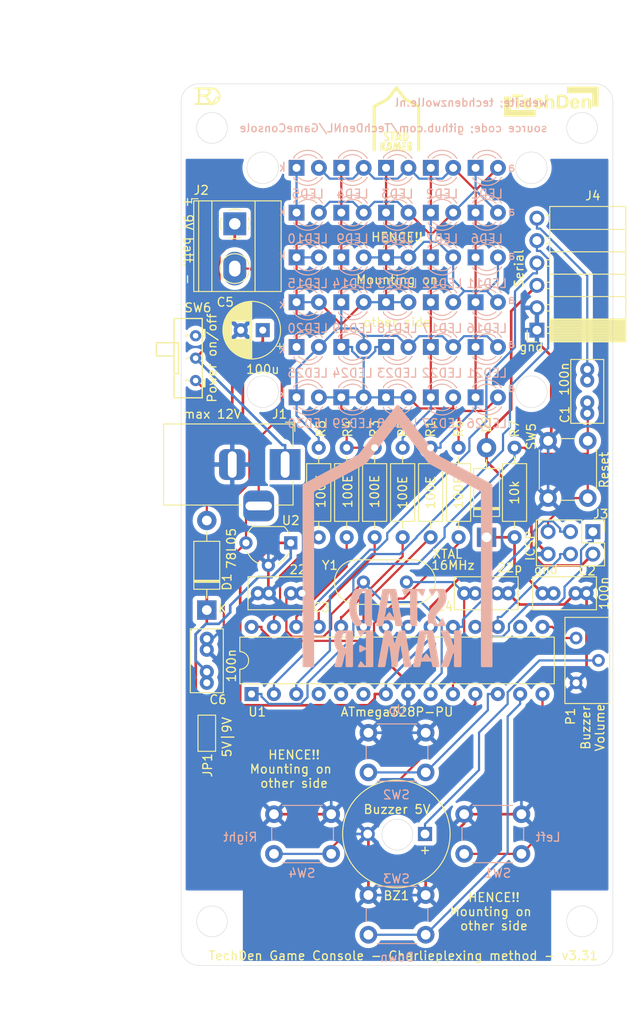
<source format=kicad_pcb>
(kicad_pcb (version 20211014) (generator pcbnew)
  (title_block (title "TechDen Game Console with 30 LEDs (Charlieplexing method)") (date "2022-04-25") (rev "v3.31") (company "TechDen") (comment 1 "Designed by Roland"))
  (layers (0 "F.Cu" signal) (31 "B.Cu" signal) (34 "B.Paste" user) (35 "F.Paste" user) (36 "B.SilkS" user "B.Silkscreen") (37 "F.SilkS" user "F.Silkscreen") (38 "B.Mask" user) (39 "F.Mask" user) (44 "Edge.Cuts" user))
  (property "TestText" "Voorbeeldtekst")
  (net 0 "")
  (net 1 "Net-(BZ1-Pad1)")
  (net 2 "Net-(LED1-Pad2)")
  (net 3 "Net-(LED10-Pad1)")
  (net 4 "/D7")
  (net 5 "/RTS")
  (net 6 "/RST")
  (net 7 "/SCK")
  (net 8 "/MISO")
  (net 9 "/TxD")
  (net 10 "/RxD")
  (net 11 "/D8")
  (net 12 "/D9")
  (net 13 "/MOSI")
  (net 14 "/A0")
  (net 15 "/A1")
  (net 16 "/A2")
  (net 17 "/A3")
  (net 18 "/A4")
  (net 19 "/A5")
  (net 20 "/D5")
  (net 21 "/D6")
  (net 22 "Net-(LED14-Pad1)")
  (net 23 "/V2")
  (net 24 "/V1")
  (net 25 "/Vin")
  (net 26 "Net-(C3-Pad1)")
  (net 27 "/Led1-k")
  (net 28 "Net-(C4-Pad1)")
  (net 29 "/V3")
  (net 35 "Net-(D1-Pad2)")
  (net 37 "GND")
  (net 38 "V+")
  (footprint "Resistor_THT:R_Axial_DIN0207_L6.3mm_D2.5mm_P10.16mm_Horizontal" (layer "F.Cu") (at 151.485 101.435 90)
    (fp_text reference "R6")
    (fp_text value "100E")
  )
  (footprint "Resistor_THT:R_Axial_DIN0207_L6.3mm_D2.5mm_P10.16mm_Horizontal" (layer "F.Cu") (at 138.785 101.435 90)
    (fp_text reference "R4")
    (fp_text value "100E")
  )
  (footprint "Resistor_THT:R_Axial_DIN0207_L6.3mm_D2.5mm_P10.16mm_Horizontal" (layer "F.Cu") (at 141.96 101.435 90)
    (fp_text reference "R3")
    (fp_text value "100E")
  )
  (footprint "Resistor_THT:R_Axial_DIN0207_L6.3mm_D2.5mm_P10.16mm_Horizontal" (layer "F.Cu") (at 157.835 101.435 90)
    (fp_text reference "R7")
    (fp_text value "10k")
  )
  (footprint "Resistor_THT:R_Axial_DIN0207_L6.3mm_D2.5mm_P10.16mm_Horizontal" (layer "F.Cu") (at 135.61 101.435 90)
    (fp_text reference "R5")
    (fp_text value "100E")
  )
  (footprint "Resistor_THT:R_Axial_DIN0207_L6.3mm_D2.5mm_P10.16mm_Horizontal" (layer "F.Cu") (at 148.31 101.435 90)
    (fp_text reference "R1")
    (fp_text value "100E")
  )
  (footprint "Crystal:Crystal_HC49-4H_Vertical" (layer "F.Cu") (at 140.69 106.515)
    (fp_text reference "Y1")
    (fp_text value "16MHz")
  )
  (footprint "Logo:RvD Logo inverted small" (layer "F.Cu") (at 123 51.4)
    (fp_text reference "L1" hide)
    (fp_text value "Logo-RvD" hide)
  )
  (footprint "Lib-Comp:switch_MSK-12D19" (layer "F.Cu") (at 121.64 81.115 90)
    (fp_text reference "SW6")
    (fp_text value "Power on/off")
  )
  (footprint "Resistor_THT:R_Axial_DIN0207_L6.3mm_D2.5mm_P10.16mm_Horizontal" (layer "F.Cu") (at 145.135 101.435 90)
    (fp_text reference "R2")
    (fp_text value "100E")
  )
  (footprint "Diode_THT:D_DO-41_SOD81_P10.16mm_Horizontal" (layer "F.Cu") (at 154.66 101.435 90)
    (fp_text reference "D2")
    (fp_text value "1N4007")
  )
  (footprint "Connector_PinSocket_2.54mm:PinSocket_1x06_P2.54mm_Horizontal" (layer "F.Cu") (at 160.375 77.94 180)
    (fp_text reference "J4")
    (fp_text value "Serial")
  )
  (footprint "Capacitor_THT:C_Rect_L7.0mm_W3.5mm_P2.50mm_P5.00mm" (layer "F.Cu") (at 161.01 107.785)
    (fp_text reference "C2")
    (fp_text value "100n")
  )
  (footprint "Button_Switch_THT:SW_PUSH_6mm" (layer "F.Cu") (at 161.645 96.99 90)
    (fp_text reference "SW5")
    (fp_text value "Reset")
  )
  (footprint "Capacitor_THT:C_Rect_L7.0mm_W3.5mm_P2.50mm_P5.00mm" (layer "F.Cu") (at 122.91 117.945 90)
    (fp_text reference "C6")
    (fp_text value "100n")
  )
  (footprint "Jumper:SolderJumper-3_P1.3mm_Bridged2Bar12_Pad1.0x1.5mm_NumberLabels" (layer "F.Cu") (at 122.91 123.66 -90)
    (fp_text reference "JP1")
    (fp_text value "Select Vcc")
  )
  (footprint "Buzzer_Beeper:MagneticBuzzer_ProSignal_ABT-410-RC" (layer "F.Cu") (at 147.675 135.09 180)
    (fp_text reference "BZ1")
    (fp_text value "Buzzer 5V")
  )
  (footprint "Capacitor_THT:CP_Radial_D6.3mm_P2.50mm" (layer "F.Cu") (at 129.26 77.94 180)
    (fp_text reference "C5")
    (fp_text value "100u")
  )
  (footprint "Diode_THT:D_DO-41_SOD81_P10.16mm_Horizontal" (layer "F.Cu") (at 122.91 109.69 90)
    (fp_text reference "D1")
    (fp_text value "1N4007")
  )
  (footprint "Package_TO_SOT_THT:TO-92_Wide" (layer "F.Cu") (at 132.435 102.07 180)
    (fp_text reference "U2")
    (fp_text value "78L05")
  )
  (footprint "Capacitor_THT:C_Rect_L7.0mm_W3.5mm_P2.50mm_P5.00mm" (layer "F.Cu") (at 152.12 107.785)
    (fp_text reference "C4")
    (fp_text value "22p")
  )
  (footprint "Capacitor_THT:C_Rect_L7.0mm_W3.5mm_P2.50mm_P5.00mm" (layer "F.Cu") (at 133.705 107.785 180)
    (fp_text reference "C3")
    (fp_text value "22p")
  )
  (footprint "Package_DIP:DIP-28_W7.62mm" (layer "F.Cu") (at 127.99 119.215 90)
    (fp_text reference "U1")
    (fp_text value "ATmega328P-PU")
  )
  (footprint "TerminalBlock_Phoenix:TerminalBlock_Phoenix_MKDS-1,5-2-5.08_1x02_P5.00&P5.08mm_Horizontal" (layer "F.Cu") (at 126.085 65.875 -90)
    (fp_text reference "J2")
    (fp_text value "9V batt.")
  )
  (footprint "Connector_BarrelJack:BarrelJack_Horizontal" (layer "F.Cu") (at 131.8 93.18)
    (fp_text reference "J1")
    (fp_text value "Barrel_Jack_Switch")
  )
  (footprint "Logo:TechDen Logo - inverted" (layer "F.Cu") (at 162 52)
    (fp_text reference "L2" hide)
    (fp_text value "Logo-TechDen" hide)
  )
  (footprint "Potentiometer_THT:Potentiometer_Bourns_3386X_Horizontal" (layer "F.Cu") (at 164.82 112.865)
    (fp_text reference "P1")
    (fp_text value "1k")
  )
  (footprint "Logo:Stadkamer Logo" (layer "F.Cu") (at 144.4 53.9)
    (fp_text reference "L3" hide)
    (fp_text value "Logo-Stadkamer" hide)
  )
  (footprint "Connector_PinHeader_2.54mm:PinHeader_2x03_P2.54mm_Vertical" (layer "F.Cu") (at 166.725 100.8 -90)
    (fp_text reference "J3")
    (fp_text value "ICSP")
  )
  (footprint "Capacitor_THT:C_Rect_L7.0mm_W3.5mm_P2.50mm_P5.00mm" (layer "F.Cu") (at 166.09 82.385 -90)
    (fp_text reference "C1")
    (fp_text value "100n")
  )
  (footprint "Button_Switch_THT:SW_PUSH_6mm" (layer "B.Cu") (at 130.53 137.345)
    (fp_text reference "SW4")
    (fp_text value "Right")
  )
  (footprint "Button_Switch_THT:SW_PUSH_6mm" (layer "B.Cu") (at 152.12 137.345)
    (fp_text reference "SW1")
    (fp_text value "Left")
  )
  (footprint "Button_Switch_THT:SW_PUSH_6mm" (layer "B.Cu") (at 141.25 128.105)
    (fp_text reference "SW2")
    (fp_text value "Up")
  )
  (footprint "LED_THT:LED_D3.0mm" (layer "B.Cu") (at 148.335 59.53)
    (fp_text reference "LED2")
    (fp_text value "LED")
  )
  (footprint "LED_THT:LED_D3.0mm" (layer "B.Cu") (at 133.095 69.69)
    (fp_text reference "LED15")
    (fp_text value "LED")
  )
  (footprint "LED_THT:LED_D3.0mm" (layer "B.Cu") (at 148.335 69.69)
    (fp_text reference "LED12")
    (fp_text value "LED")
  )
  (footprint "LED_THT:LED_D3.0mm" (layer "B.Cu") (at 138.175 64.61)
    (fp_text reference "LED9")
    (fp_text value "LED")
  )
  (footprint "LED_THT:LED_D3.0mm" (layer "B.Cu") (at 143.255 69.69)
    (fp_text reference "LED13")
    (fp_text value "LED")
  )
  (footprint "LED_THT:LED_D3.0mm" (layer "B.Cu") (at 153.415 69.69)
    (fp_text reference "LED11")
    (fp_text value "LED")
  )
  (footprint "LED_THT:LED_D3.0mm" (layer "B.Cu") (at 138.175 69.69)
    (fp_text reference "LED14")
    (fp_text value "LED")
  )
  (footprint "LED_THT:LED_D3.0mm" (layer "B.Cu") (at 138.175 59.53)
    (fp_text reference "LED4")
    (fp_text value "LED")
  )
  (footprint "LED_THT:LED_D3.0mm" (layer "B.Cu") (at 153.415 59.53)
    (fp_text reference "LED1")
    (fp_text value "LED")
  )
  (footprint "LED_THT:LED_D3.0mm" (layer "B.Cu") (at 133.095 64.61)
    (fp_text reference "LED10")
    (fp_text value "LED")
  )
  (footprint "LED_THT:LED_D3.0mm" (layer "B.Cu") (at 143.255 64.61)
    (fp_text reference "LED8")
    (fp_text value "LED")
  )
  (footprint "LED_THT:LED_D3.0mm" (layer "B.Cu") (at 148.335 64.61)
    (fp_text reference "LED7")
    (fp_text value "LED")
  )
  (footprint "LED_THT:LED_D3.0mm" (layer "B.Cu") (at 143.255 59.53)
    (fp_text reference "LED3")
    (fp_text value "LED")
  )
  (footprint "LED_THT:LED_D3.0mm" (layer "B.Cu") (at 153.415 64.61)
    (fp_text reference "LED6")
    (fp_text value "LED")
  )
  (footprint "LED_THT:LED_D3.0mm" (layer "B.Cu") (at 133.095 59.53)
    (fp_text reference "LED5")
    (fp_text value "LED")
  )
  (footprint "LED_THT:LED_D3.0mm" (layer "B.Cu") (at 138.175 85.565)
    (fp_text reference "LED29")
    (fp_text value "LED")
  )
  (footprint "LED_THT:LED_D3.0mm" (layer "B.Cu") (at 133.095 74.77)
    (fp_text reference "LED20")
    (fp_text value "LED")
  )
  (footprint "LED_THT:LED_D3.0mm" (layer "B.Cu") (at 148.335 74.77)
    (fp_text reference "LED17")
    (fp_text value "LED")
  )
  (footprint "LED_THT:LED_D3.0mm" (layer "B.Cu") (at 153.415 79.85)
    (fp_text reference "LED21")
    (fp_text value "LED")
  )
  (footprint "LED_THT:LED_D3.0mm" (layer "B.Cu") (at 143.255 79.85)
    (fp_text reference "LED23")
    (fp_text value "LED")
  )
  (footprint "LED_THT:LED_D3.0mm" (layer "B.Cu") (at 133.095 79.85)
    (fp_text reference "LED25")
    (fp_text value "LED")
  )
  (footprint "LED_THT:LED_D3.0mm" (layer "B.Cu") (at 148.335 79.85)
    (fp_text reference "LED22")
    (fp_text value "LED")
  )
  (footprint "LED_THT:LED_D3.0mm" (layer "B.Cu") (at 143.255 74.77)
    (fp_text reference "LED18")
    (fp_text value "LED")
  )
  (footprint "LED_THT:LED_D3.0mm" (layer "B.Cu") (at 133.095 85.565)
    (fp_text reference "LED30")
    (fp_text value "LED")
  )
  (footprint "LED_THT:LED_D3.0mm" (layer "B.Cu") (at 138.175 79.85)
    (fp_text reference "LED24")
    (fp_text value "LED")
  )
  (footprint "LED_THT:LED_D3.0mm" (layer "B.Cu") (at 153.415 85.565)
    (fp_text reference "LED26")
    (fp_text value "LED")
  )
  (footprint "LED_THT:LED_D3.0mm" (layer "B.Cu") (at 143.255 85.565)
    (fp_text reference "LED28")
    (fp_text value "LED")
  )
  (footprint "LED_THT:LED_D3.0mm" (layer "B.Cu") (at 148.335 85.565)
    (fp_text reference "LED27")
    (fp_text value "LED")
  )
  (footprint "LED_THT:LED_D3.0mm" (layer "B.Cu") (at 153.415 74.77)
    (fp_text reference "LED16")
    (fp_text value "LED")
  )
  (footprint "LED_THT:LED_D3.0mm" (layer "B.Cu") (at 138.175 74.77)
    (fp_text reference "LED19")
    (fp_text value "LED")
  )
  (footprint "Button_Switch_THT:SW_PUSH_6mm" (layer "B.Cu") (at 141.25 146.52)
    (fp_text reference "SW3")
    (fp_text value "Down")
  )
  (footprint "Logo:Stadkamer Logo_large" (layer "B.Cu") (at 144.7 101.2 180)
    (fp_text reference "L4" hide)
    (fp_text value "Logo-Stadkamer_Large" hide)
  )
  (gr_circle (center 123.5 55) (end 125.25 55) (layer "Edge.Cuts") (width 0.05) (fill none))
  (gr_circle (center 165.5 55) (end 167.25 55) (layer "Edge.Cuts") (width 0.05) (fill none))
  (gr_circle (center 165.5 145) (end 167.25 145) (layer "Edge.Cuts") (width 0.05) (fill none))
  (gr_circle (center 123.5 145) (end 125.25 145) (layer "Edge.Cuts") (width 0.05) (fill none))
  (gr_line (start 120 52) (end 120 148) (layer "Edge.Cuts") (width 0.05))
  (gr_circle (center 144.53 135.16) (end 146.28 135.16) (layer "Edge.Cuts") (width 0.05) (fill none))
  (gr_circle (center 159.74 84.925) (end 161.01 86.195) (layer "Edge.Cuts") (width 0.05) (fill none))
  (gr_circle (center 159.74 59.525) (end 161.01 60.795) (layer "Edge.Cuts") (width 0.05) (fill none))
  (gr_line (start 122 150) (end 167 150) (layer "Edge.Cuts") (width 0.05))
  (gr_circle (center 129.26 59.525) (end 127.99 60.795) (layer "Edge.Cuts") (width 0.05) (fill none))
  (gr_line (start 167 50) (end 122 50) (layer "Edge.Cuts") (width 0.05))
  (gr_arc (start 169 148) (mid 168.414214 149.414214) (end 167 150) (layer "Edge.Cuts") (width 0.05))
  (gr_arc (start 167 50) (mid 168.414214 50.585786) (end 169 52) (layer "Edge.Cuts") (width 0.05))
  (gr_arc (start 122 150) (mid 120.585786 149.414214) (end 120 148) (layer "Edge.Cuts") (width 0.05))
  (gr_circle (center 129.26 84.925) (end 127.99 86.195) (layer "Edge.Cuts") (width 0.05) (fill none))
  (gr_arc (start 120 52) (mid 120.585786 50.585786) (end 122 50) (layer "Edge.Cuts") (width 0.05))
  (gr_line (start 169 148) (end 169 52) (layer "Edge.Cuts") (width 0.05))
  (gr_text "a" (at 157.49 79.445) (layer "B.SilkS") (effects (font (size 1 1)) (justify mirror)))
  (gr_text "a" (at 157.49 74.445) (layer "B.SilkS") (effects (font (size 1 1)) (justify mirror)))
  (gr_text "a" (at 157.49 64.445) (layer "B.SilkS") (effects (font (size 1 1)) (justify mirror)))
  (gr_text "k" (at 131.49 59.445) (layer "B.SilkS") (effects (font (size 1 1)) (justify mirror)))
  (gr_text "k" (at 131.465 80.04) (layer "B.SilkS") (effects (font (size 1 1)) (justify mirror)))
  (gr_text "k" (at 131.49 64.445) (layer "B.SilkS") (effects (font (size 1 1)) (justify mirror)))
  (gr_text "k" (at 131.49 69.445) (layer "B.SilkS") (effects (font (size 1 1)) (justify mirror)))
  (gr_text "k" (at 131.465 85.12) (layer "B.SilkS") (effects (font (size 1 1)) (justify mirror)))
  (gr_text "k" (at 131.465 74.96) (layer "B.SilkS") (effects (font (size 1 1)) (justify mirror)))
  (gr_text "a" (at 157.49 69.445) (layer "B.SilkS") (effects (font (size 1 1)) (justify mirror)))
  (gr_text "a" (at 157.49 84.445) (layer "B.SilkS") (effects (font (size 1 1)) (justify mirror)))
  (gr_text "a" (at 157.49 59.445) (layer "B.SilkS") (effects (font (size 1 1)) (justify mirror)))
  (gr_text "website; techdenzwolle.nl\n\nsource code; github.com/TechDenNL/GameConsole\n\n" (at 161.645 54.3) (layer "B.SilkS") (effects (font (size 0.9 0.9)) (justify left mirror)))
  (gr_text "gnd" (at 161.4 105.1) (layer "F.SilkS") (effects (font (size 1 1))))
  (gr_text "gnd" (at 159.74 79.845) (layer "F.SilkS") (effects (font (size 1 1))))
  (gr_text "+ 9V batt. -" (at 120.8 67.78 270) (layer "F.SilkS") (effects (font (size 1 1))))
  (gr_text "max 12V" (at 123.545 87.465) (layer "F.SilkS") (effects (font (size 1 1))))
  (gr_text "TechDen Game Console - Charlieplexing method - v3.31\n" (at 123 148.9) (layer "F.SilkS") (effects (font (size 1 1)) (justify left)))
  (gr_text "Buzzer\nVolume" (at 166.725 123.025 90) (layer "F.SilkS") (effects (font (size 1 1))))
  (gr_text "5V|9V" (at 125.2 124.1 90) (layer "F.SilkS") (effects (font (size 1 1))))
  (gr_text "HENCE!!\nMounting on \nother side" (at 132.816 127.724) (layer "F.SilkS") (effects (font (size 1 1))))
  (gr_text "HENCE!!\n\n\nMounting on\n \n\nother side" (at 144.5 72.225) (layer "F.SilkS") (effects (font (size 1 1))))
  (gr_text "HENCE!!\nMounting on \nother side" (at 155.5 143.9) (layer "F.SilkS") (effects (font (size 1 1))))
  (segment (start 160.658 115.405) (end 157.0556 119.0074) (width 0.25) (layer "B.Cu") (net 1))
  (segment (start 147.675 135.09) (end 147.675 133.9647) (width 0.25) (layer "B.Cu") (net 1))
  (segment (start 153.8073 123.5887) (end 153.8073 127.8324) (width 0.25) (layer "B.Cu") (net 1))
  (segment (start 157.0556 120.3404) (end 153.8073 123.5887) (width 0.25) (layer "B.Cu") (net 1))
  (segment (start 167.36 115.405) (end 160.658 115.405) (width 0.25) (layer "B.Cu") (net 1))
  (segment (start 157.0556 119.0074) (end 157.0556 120.3404) (width 0.25) (layer "B.Cu") (net 1))
  (segment (start 153.8073 127.8324) (end 147.675 133.9647) (width 0.25) (layer "B.Cu") (net 1))
  (segment (start 150.875 59.53) (end 153.415 62.07) (width 0.25) (layer "F.Cu") (net 2))
  (segment (start 153.415 62.07) (end 155.955 59.53) (width 0.25) (layer "F.Cu") (net 2))
  (segment (start 153.415 69.69) (end 153.415 64.61) (width 0.25) (layer "F.Cu") (net 2))
  (segment (start 153.415 62.07) (end 153.415 63.3847) (width 0.25) (layer "F.Cu") (net 2))
  (segment (start 153.415 74.77) (end 153.415 69.69) (width 0.25) (layer "F.Cu") (net 2))
  (segment (start 153.415 79.85) (end 153.415 74.77) (width 0.25) (layer "F.Cu") (net 2))
  (segment (start 153.415 85.565) (end 153.415 79.85) (width 0.25) (layer "F.Cu") (net 2))
  (segment (start 153.415 64.61) (end 153.415 63.3847) (width 0.25) (layer "F.Cu") (net 2))
  (segment (start 141.9404 60.7554) (end 144.5696 60.7554) (width 0.25) (layer "B.Cu") (net 2))
  (segment (start 136.8604 60.7554) (end 139.4896 60.7554) (width 0.25) (layer "B.Cu") (net 2))
  (segment (start 153.415 85.565) (end 153.415 86.7903) (width 0.25) (layer "B.Cu") (net 2))
  (segment (start 149.6496 60.7554) (end 147.0204 60.7554) (width 0.25) (layer "B.Cu") (net 2))
  (segment (start 148.31 91.275) (end 149.4353 91.275) (width 0.25) (layer "B.Cu") (net 2))
  (segment (start 144.5696 60.7554) (end 145.795 59.53) (width 0.25) (layer "B.Cu") (net 2))
  (segment (start 140.715 59.53) (end 141.9404 60.7554) (width 0.25) (layer "B.Cu") (net 2))
  (segment (start 147.0204 60.7554) (end 145.795 59.53) (width 0.25) (layer "B.Cu") (net 2))
  (segment (start 135.635 59.53) (end 136.8604 60.7554) (width 0.25) (layer "B.Cu") (net 2))
  (segment (start 153.415 86.7903) (end 149.4353 90.77) (width 0.25) (layer "B.Cu") (net 2))
  (segment (start 149.4353 90.77) (end 149.4353 91.275) (width 0.25) (layer "B.Cu") (net 2))
  (segment (start 150.875 59.53) (end 149.6496 60.7554) (width 0.25) (layer "B.Cu") (net 2))
  (segment (start 139.4896 60.7554) (end 140.715 59.53) (width 0.25) (layer "B.Cu") (net 2))
  (segment (start 138.175 77.31) (end 140.715 74.77) (width 0.25) (layer "F.Cu") (net 3))
  (segment (start 151.1645 87.109) (end 150.875 86.8195) (width 0.25) (layer "F.Cu") (net 3))
  (segment (start 143.255 59.53) (end 143.255 64.61) (width 0.25) (layer "F.Cu") (net 3))
  (segment (start 154.411 87.109) (end 151.485 87.109) (width 0.25) (layer "F.Cu") (net 3))
  (segment (start 148.335 64.61) (end 148.335 59.53) (width 0.25) (layer "F.Cu") (net 3))
  (segment (start 150.875 86.8195) (end 147.0495 86.8195) (width 0.25) (layer "F.Cu") (net 3))
  (segment (start 141.96 91.275) (end 140.8347 91.275) (width 0.25) (layer "F.Cu") (net 3))
  (segment (start 151.485 91.275) (end 151.485 90.1497) (width 0.25) (layer "F.Cu") (net 3))
  (segment (start 138.175 79.85) (end 138.175 78.6247) (width 0.25) (layer "F.Cu") (net 3))
  (segment (start 151.485 87.109) (end 151.485 90.1497) (width 0.25) (layer "F.Cu") (net 3))
  (segment (start 133.095 64.61) (end 133.095 69.69) (width 0.25) (layer "F.Cu") (net 3))
  (segment (start 133.095 74.77) (end 133.095 69.69) (width 0.25) (layer "F.Cu") (net 3))
  (segment (start 138.785 91.275) (end 140.8347 91.275) (width 0.25) (layer "F.Cu") (net 3))
  (segment (start 143.255 74.77) (end 143.255 69.69) (width 0.25) (layer "F.Cu") (net 3))
  (segment (start 147.0495 86.8195) (end 145.795 85.565) (width 0.25) (layer "F.Cu") (net 3))
  (segment (start 138.175 85.565) (end 138.175 86.7903) (width 0.25) (layer "F.Cu") (net 3))
  (segment (start 155.955 85.565) (end 154.411 87.109) (width 0.25) (layer "F.Cu") (net 3))
  (segment (start 133.095 79.85) (end 133.095 74.77) (width 0.25) (layer "F.Cu") (net 3))
  (segment (start 151.485 87.109) (end 151.1645 87.109) (width 0.25) (layer "F.Cu") (net 3))
  (segment (start 138.175 78.6247) (end 138.175 77.31) (width 0.25) (layer "F.Cu") (net 3))
  (segment (start 150.875 85.565) (end 150.875 86.8195) (width 0.25) (layer "F.Cu") (net 3))
  (segment (start 138.175 77.31) (end 135.635 74.77) (width 0.25) (layer "F.Cu") (net 3))
  (segment (start 138.785 87.4003) (end 138.785 91.275) (width 0.25) (layer "F.Cu") (net 3))
  (segment (start 138.175 86.7903) (end 138.785 87.4003) (width 0.25) (layer "F.Cu") (net 3))
  (segment (start 143.255 69.69) (end 143.255 64.61) (width 0.25) (layer "F.Cu") (net 3))
  (segment (start 139.4003 79.85) (end 139.4003 80.3095) (width 0.25) (layer "B.Cu") (net 3))
  (segment (start 152.1312 73.5138) (end 150.875 74.77) (width 0.25) (layer "B.Cu") (net 3))
  (segment (start 145.795 85.565) (end 143.255 85.565) (width 0.25) (layer "B.Cu") (net 3))
  (segment (start 155.955 72.2576) (end 155.955 69.69) (width 0.25) (layer "B.Cu") (net 3))
  (segment (start 141.264 81.0753) (end 142.0297 80.3096) (width 0.25) (layer "B.Cu") (net 3))
  (segment (start 142.0297 80.3096) (end 142.0297 79.85) (width 0.25) (layer "B.Cu") (net 3))
  (segment (start 150.875 69.69) (end 150.875 72.2576) (width 0.25) (layer "B.Cu") (net 3))
  (segment (start 140.715 85.565) (end 139.4003 85.565) (width 0.25) (layer "B.Cu") (net 3))
  (segment (start 135.635 74.77) (end 133.095 74.77) (width 0.25) (layer "B.Cu") (net 3))
  (segment (start 149.1049 67.9199) (end 148.335 67.9199) (width 0.25) (layer "B.Cu") (net 3))
  (segment (start 150.875 69.69) (end 149.1049 67.9199) (width 0.25) (layer "B.Cu") (net 3))
  (segment (start 140.1661 81.0753) (end 140.715 81.0753) (width 0.25) (layer "B.Cu") (net 3))
  (segment (start 143.255 79.85) (end 142.0297 79.85) (width 0.25) (layer "B.Cu") (net 3))
  (segment (start 148.335 67.9199) (end 147.5651 67.9199) (width 0.25) (layer "B.Cu") (net 3))
  (segment (start 155.955 74.77) (end 154.6988 73.5138) (width 0.25) (layer "B.Cu") (net 3))
  (segment (start 143.255 85.565) (end 140.715 85.565) (width 0.25) (layer "B.Cu") (net 3))
  (segment (start 139.4003 80.3095) (end 140.1661 81.0753) (width 0.25) (layer "B.Cu") (net 3))
  (segment (start 140.715 81.0753) (end 141.264 81.0753) (width 0.25) (layer "B.Cu") (net 3))
  (segment (start 140.715 81.0753) (end 140.715 85.565) (width 0.25) (layer "B.Cu") (net 3))
  (segment (start 138.175 79.85) (end 139.4003 79.85) (width 0.25) (layer "B.Cu") (net 3))
  (segment (start 147.5651 67.9199) (end 145.795 69.69) (width 0.25) (layer "B.Cu") (net 3))
  (segment (start 133.095 59.53) (end 133.095 64.61) (width 0.25) (layer "B.Cu") (net 3))
  (segment (start 145.795 74.77) (end 143.255 74.77) (width 0.25) (layer "B.Cu") (net 3))
  (segment (start 148.335 67.9199) (end 148.335 64.61) (width 0.25) (layer "B.Cu") (net 3))
  (segment (start 138.175 85.565) (end 139.4003 85.565) (width 0.25) (layer "B.Cu") (net 3))
  (segment (start 133.095 69.69) (end 134.3203 69.69) (width 0.25) (layer "B.Cu") (net 3))
  (segment (start 135.635 85.565) (end 138.175 85.565) (width 0.25) (layer "B.Cu") (net 3))
  (segment (start 154.6988 73.5138) (end 152.1312 73.5138) (width 0.25) (layer "B.Cu") (net 3))
  (segment (start 150.875 72.2576) (end 152.1312 73.5138) (width 0.25) (layer "B.Cu") (net 3))
  (segment (start 145.795 69.69) (end 143.255 69.69) (width 0.25) (layer "B.Cu") (net 3))
  (segment (start 135.635 69.69) (end 134.3203 69.69) (width 0.25) (layer "B.Cu") (net 3))
  (segment (start 154.6988 73.5138) (end 155.955 72.2576) (width 0.25) (layer "B.Cu") (net 3))
  (segment (start 140.715 69.69) (end 143.255 69.69) (width 0.25) (layer "B.Cu") (net 3))
  (segment (start 140.715 74.77) (end 143.255 74.77) (width 0.25) (layer "B.Cu") (net 3))
  (segment (start 158.47 120.3403) (end 157.0554 121.7549) (width 0.25) (layer "B.Cu") (net 4))
  (segment (start 157.0554 121.7549) (end 157.0554 137.2146) (width 0.25) (layer "B.Cu") (net 4))
  (segment (start 147.75 146.52) (end 141.25 146.52) (width 0.25) (layer "B.Cu") (net 4))
  (segment (start 157.0554 137.2146) (end 147.75 146.52) (width 0.25) (layer "B.Cu") (net 4))
  (segment (start 158.47 119.215) (end 158.47 120.3403) (width 0.25) (layer "B.Cu") (net 4))
  (segment (start 166.09 83.635) (end 166.09 82.385) (width 0.25) (layer "F.Cu") (net 5))
  (segment (start 166.09 82.385) (end 166.09 71.763) (width 0.25) (layer "B.Cu") (net 5))
  (segment (start 166.09 71.763) (end 160.7423 66.4153) (width 0.25) (layer "B.Cu") (net 5))
  (segment (start 160.375 65.24) (end 160.375 66.4153) (width 0.25) (layer "B.Cu") (net 5))
  (segment (start 160.7423 66.4153) (end 160.375 66.4153) (width 0.25) (layer "B.Cu") (net 5))
  (segment (start 157.835 91.275) (end 158.9603 91.275) (width 0.25) (layer "F.Cu") (net 6))
  (segment (start 161.645 100.8) (end 161.645 99.6247) (width 0.25) (layer "F.Cu") (net 6))
  (segment (start 166.145 91.9683) (end 159.6536 91.9683) (width 0.25) (layer "F.Cu") (net 6))
  (segment (start 164.2797 96.99) (end 161.645 99.6247) (width 0.25) (layer "F.Cu") (net 6))
  (segment (start 166.09 86.135) (end 166.09 87.385) (width 0.25) (layer "F.Cu") (net 6))
  (segment (start 166.145 90.49) (end 166.145 91.9683) (width 0.25) (layer "F.Cu") (net 6))
  (segment (start 166.145 96.99) (end 164.2797 96.99) (width 0.25) (layer "F.Cu") (net 6))
  (segment (start 166.145 91.9683) (end 166.145 96.99) (width 0.25) (layer "F.Cu") (net 6))
  (segment (start 166.145 87.44) (end 166.145 90.49) (width 0.25) (layer "F.Cu") (net 6))
  (segment (start 159.6536 91.9683) (end 158.9603 91.275) (width 0.25) (layer "F.Cu") (net 6))
  (segment (start 166.09 87.385) (end 166.145 87.44) (width 0.25) (layer "F.Cu") (net 6))
  (segment (start 139.5457 112.744) (end 134.34 117.9497) (width 0.25) (layer "B.Cu") (net 6))
  (segment (start 127.99 119.215) (end 129.1153 119.215) (width 0.25) (layer "B.Cu") (net 6))
  (segment (start 141.2 104.4539) (end 139.5457 106.1082) (width 0.25) (layer "B.Cu") (net 6))
  (segment (start 149.8976 100.3377) (end 149.8976 101.4422) (width 0.25) (layer "B.Cu") (net 6))
  (segment (start 129.9592 120.3403) (end 129.1153 119.4964) (width 0.25) (layer "B.Cu") (net 6))
  (segment (start 134.34 117.9497) (end 134.34 119.583) (width 0.25) (layer "B.Cu") (net 6))
  (segment (start 129.1153 119.4964) (end 129.1153 119.215) (width 0.25) (layer "B.Cu") (net 6))
  (segment (start 139.5457 106.1082) (end 139.5457 112.744) (width 0.25) (layer "B.Cu") (net 6))
  (segment (start 157.835 91.275) (end 157.835 92.4003) (width 0.25) (layer "B.Cu") (net 6))
  (segment (start 146.8859 104.4539) (end 141.2 104.4539) (width 0.25) (layer "B.Cu") (net 6))
  (segment (start 133.5827 120.3403) (end 129.9592 120.3403) (width 0.25) (layer "B.Cu") (net 6))
  (segment (start 134.34 119.583) (end 133.5827 120.3403) (width 0.25) (layer "B.Cu") (net 6))
  (segment (start 157.835 92.4003) (end 149.8976 100.3377) (width 0.25) (layer "B.Cu") (net 6))
  (segment (start 149.8976 101.4422) (end 146.8859 104.4539) (width 0.25) (layer "B.Cu") (net 6))
  (segment (start 150.85 111.595) (end 151.9753 111.595) (width 0.25) (layer "B.Cu") (net 7))
  (segment (start 159.9901 101.4463) (end 154.5153 106.9211) (width 0.25) (layer "B.Cu") (net 7))
  (segment (start 159.9901 100.7674) (end 159.9901 101.4463) (width 0.25) (layer "B.Cu") (net 7))
  (segment (start 162.2013 99.6243) (end 161.1332 99.6243) (width 0.25) (layer "B.Cu") (net 7))
  (segment (start 163.0097 100.8) (end 163.0097 100.4327) (width 0.25) (layer "B.Cu") (net 7))
  (segment (start 163.0097 100.4327) (end 162.2013 99.6243) (width 0.25) (layer "B.Cu") (net 7))
  (segment (start 161.1332 99.6243) (end 159.9901 100.7674) (width 0.25) (layer "B.Cu") (net 7))
  (segment (start 154.5153 108.235) (end 151.9753 110.775) (width 0.25) (layer "B.Cu") (net 7))
  (segment (start 151.9753 110.775) (end 151.9753 111.595) (width 0.25) (layer "B.Cu") (net 7))
  (segment (start 164.185 100.8) (end 163.0097 100.8) (width 0.25) (layer "B.Cu") (net 7))
  (segment (start 154.5153 106.9211) (end 154.5153 108.235) (width 0.25) (layer "B.Cu") (net 7))
  (segment (start 166.725 101.9753) (end 166.2843 101.9753) (width 0.25) (layer "B.Cu") (net 8))
  (segment (start 156.4736 112.7203) (end 155.3592 112.7203) (width 0.25) (layer "B.Cu") (net 8))
  (segment (start 165.3843 105.1605) (end 163.51 107.0348) (width 0.25) (layer "B.Cu") (net 8))
  (segment (start 163.51 107.0348) (end 163.51 108.2696) (width 0.25) (layer "B.Cu") (net 8))
  (segment (start 153.39 111.595) (end 154.5153 111.595) (width 0.25) (layer "B.Cu") (net 8))
  (segment (start 154.5153 111.8764) (end 154.5153 111.595) (width 0.25) (layer "B.Cu") (net 8))
  (segment (start 163.51 108.2696) (end 162.7692 109.0104) (width 0.25) (layer "B.Cu") (net 8))
  (segment (start 157.2 111.2675) (end 157.2 111.9939) (width 0.25) (layer "B.Cu") (net 8))
  (segment (start 165.3843 102.8753) (end 165.3843 105.1605) (width 0.25) (layer "B.Cu") (net 8))
  (segment (start 162.7692 109.0104) (end 159.4571 109.0104) (width 0.25) (layer "B.Cu") (net 8))
  (segment (start 166.725 100.8) (end 166.725 101.9753) (width 0.25) (layer "B.Cu") (net 8))
  (segment (start 155.3592 112.7203) (end 154.5153 111.8764) (width 0.25) (layer "B.Cu") (net 8))
  (segment (start 166.2843 101.9753) (end 165.3843 102.8753) (width 0.25) (layer "B.Cu") (net 8))
  (segment (start 157.2 111.9939) (end 156.4736 112.7203) (width 0.25) (layer "B.Cu") (net 8))
  (segment (start 159.4571 109.0104) (end 157.2 111.2675) (width 0.25) (layer "B.Cu") (net 8))
  (segment (start 160.7423 68.9553) (end 161.6543 69.8673) (width 0.25) (layer "B.Cu") (net 9))
  (segment (start 141.6805 103.3365) (end 136.88 108.137) (width 0.25) (layer "B.Cu") (net 9))
  (segment (start 161.6543 69.8673) (end 161.6543 79.9757) (width 0.25) (layer "B.Cu") (net 9))
  (segment (start 160.375 67.78) (end 160.375 68.9553) (width 0.25) (layer "B.Cu") (net 9))
  (segment (start 160.375 68.9553) (end 160.7423 68.9553) (width 0.25) (layer "B.Cu") (net 9))
  (segment (start 136.88 114.2797) (end 133.07 118.0897) (width 0.25) (layer "B.Cu") (net 9))
  (segment (start 156.5303 89.7496) (end 156.5303 91.5668) (width 0.25) (layer "B.Cu") (net 9))
  (segment (start 144.8315 103.3365) (end 141.6805 103.3365) (width 0.25) (layer "B.Cu") (net 9))
  (segment (start 136.88 108.137) (end 136.88 114.2797) (width 0.25) (layer "B.Cu") (net 9))
  (segment (start 146.7226 101.3745) (end 146.7226 101.4454) (width 0.25) (layer "B.Cu") (net 9))
  (segment (start 146.7226 101.4454) (end 144.8315 103.3365) (width 0.25) (layer "B.Cu") (net 9))
  (segment (start 161.6543 79.9757) (end 157.3111 84.3189) (width 0.25) (layer "B.Cu") (net 9))
  (segment (start 156.5303 91.5668) (end 146.7226 101.3745) (width 0.25) (layer "B.Cu") (net 9))
  (segment (start 157.3111 84.3189) (end 157.3111 88.9688) (width 0.25) (layer "B.Cu") (net 9))
  (segment (start 157.3111 88.9688) (end 156.5303 89.7496) (width 0.25) (layer "B.Cu") (net 9))
  (segment (start 133.07 119.215) (end 133.07 118.0897) (width 0.25) (layer "B.Cu") (net 9))
  (segment (start 130.53 118.0897) (end 134.358 114.2617) (width 0.25) (layer "B.Cu") (net 10))
  (segment (start 143.3882 100.9634) (end 152.7132 91.6384) (width 0.25) (layer "B.Cu") (net 10))
  (segment (start 152.7132 91.6384) (end 152.7132 90.1972) (width 0.25) (layer "B.Cu") (net 10))
  (segment (start 157.8867 73.5429) (end 159.9343 71.4953) (width 0.25) (layer "B.Cu") (net 10))
  (segment (start 154.6404 88.27) (end 154.6404 83.123) (width 0.25) (layer "B.Cu") (net 10))
  (segment (start 134.358 109.9449) (end 141.4673 102.8356) (width 0.25) (layer "B.Cu") (net 10))
  (segment (start 142.2237 102.8356) (end 143.3882 101.6711) (width 0.25) (layer "B.Cu") (net 10))
  (segment (start 141.4673 102.8356) (end 142.2237 102.8356) (width 0.25) (layer "B.Cu") (net 10))
  (segment (start 143.3882 101.6711) (end 143.3882 100.9634) (width 0.25) (layer "B.Cu") (net 10))
  (segment (start 152.7132 90.1972) (end 154.6404 88.27) (width 0.25) (layer "B.Cu") (net 10))
  (segment (start 157.8867 79.8767) (end 157.8867 73.5429) (width 0.25) (layer "B.Cu") (net 10))
  (segment (start 154.6404 83.123) (end 157.8867 79.8767) (width 0.25) (layer "B.Cu") (net 10))
  (segment (start 160.375 70.32) (end 160.375 71.4953) (width 0.25) (layer "B.Cu") (net 10))
  (segment (start 134.358 114.2617) (end 134.358 109.9449) (width 0.25) (layer "B.Cu") (net 10))
  (segment (start 159.9343 71.4953) (end 160.375 71.4953) (width 0.25) (layer "B.Cu") (net 10))
  (segment (start 130.53 119.215) (end 130.53 118.0897) (width 0.25) (layer "B.Cu") (net 10))
  (segment (start 158.62 137.345) (end 161.01 134.955) (width 0.25) (layer "F.Cu") (net 11))
  (segment (start 152.12 137.345) (end 158.62 137.345) (width 0.25) (layer "F.Cu") (net 11))
  (segment (start 161.01 134.955) (end 161.01 119.215) (width 0.25) (layer "F.Cu") (net 11))
  (segment (start 161.01 111.595) (end 162.1353 111.595) (width 0.25) (layer "F.Cu") (net 12))
  (segment (start 164.82 112.865) (end 163.4053 112.865) (width 0.25) (layer "F.Cu") (net 12))
  (segment (start 163.4053 112.865) (end 162.1353 111.595) (width 0.25) (layer "F.Cu") (net 12))
  (segment (start 163.0097 103.7814) (end 156.3214 110.4697) (width 0.25) (layer "B.Cu") (net 13))
  (segment (start 155.93 111.595) (end 155.93 110.4697) (width 0.25) (layer "B.Cu") (net 13))
  (segment (start 156.3214 110.4697) (end 155.93 110.4697) (width 0.25) (layer "B.Cu") (net 13))
  (segment (start 163.0097 103.34) (end 163.0097 103.7814) (width 0.25) (layer "B.Cu") (net 13))
  (segment (start 164.185 103.34) (end 163.0097 103.34) (width 0.25) (layer "B.Cu") (net 13))
  (segment (start 140.69 111.595) (end 140.69 109.055) (width 0.25) (layer "F.Cu") (net 14))
  (segment (start 140.69 109.055) (end 148.31 101.435) (width 0.25) (layer "F.Cu") (net 14))
  (segment (start 138.15 110.4697) (end 138.2721 110.4697) (width 0.25) (layer "F.Cu") (net 15))
  (segment (start 138.15 111.595) (end 138.15 110.4697) (width 0.25) (layer "F.Cu") (net 15))
  (segment (start 138.2721 110.4697) (end 145.135 103.6068) (width 0.25) (layer "F.Cu") (net 15))
  (segment (start 145.135 103.6068) (end 145.135 101.435) (width 0.25) (layer "F.Cu") (net 15))
  (segment (start 141.96 103.39) (end 141.96 101.435) (width 0.25) (layer "F.Cu") (net 16))
  (segment (start 135.61 111.595) (end 135.61 109.74) (width 0.25) (layer "F.Cu") (net 16))
  (segment (start 135.61 109.74) (end 141.96 103.39) (width 0.25) (layer "F.Cu") (net 16))
  (segment (start 133.07 110.4697) (end 138.785 104.7547) (width 0.25) (layer "F.Cu") (net 17))
  (segment (start 138.785 104.7547) (end 138.785 101.435) (width 0.25) (layer "F.Cu") (net 17))
  (segment (start 133.07 111.595) (end 133.07 110.4697) (width 0.25) (layer "F.Cu") (net 17))
  (segment (start 131.2241 105.8209) (end 135.61 101.435) (width 0.25) (layer "F.Cu") (net 18))
  (segment (start 130.53 111.595) (end 130.53 110.4697) (width 0.25) (layer "F.Cu") (net 18))
  (segment (start 131.2241 109.7756) (end 131.2241 105.8209) (width 0.25) (layer "F.Cu") (net 18))
  (segment (start 130.53 110.4697) (end 131.2241 109.7756) (width 0.25) (layer "F.Cu") (net 18))
  (segment (start 151.485 102.1481) (end 151.485 101.435) (width 0.25) (layer "F.Cu") (net 19))
  (segment (start 129.1153 111.595) (end 129.1153 111.8763) (width 0.25) (layer "F.Cu") (net 19))
  (segment (start 141.8893 112.0558) (end 141.8893 111.2027) (width 0.25) (layer "F.Cu") (net 19))
  (segment (start 140.7623 113.1828) (end 141.8893 112.0558) (width 0.25) (layer "F.Cu") (net 19))
  (segment (start 129.1153 111.8763) (end 130.4218 113.1828) (width 0.25) (layer "F.Cu") (net 19))
  (segment (start 127.99 111.595) (end 129.1153 111.595) (width 0.25) (layer "F.Cu") (net 19))
  (segment (start 141.8893 111.2027) (end 144.7064 108.3856) (width 0.25) (layer "F.Cu") (net 19))
  (segment (start 130.4218 113.1828) (end 140.7623 113.1828) (width 0.25) (layer "F.Cu") (net 19))
  (segment (start 145.2475 108.3856) (end 151.485 102.1481) (width 0.25) (layer "F.Cu") (net 19))
  (segment (start 144.7064 108.3856) (end 145.2475 108.3856) (width 0.25) (layer "F.Cu") (net 19))
  (segment (start 137.03 136.7003) (end 153.39 120.3403) (width 0.25) (layer "F.Cu") (net 20))
  (segment (start 153.39 119.215) (end 153.39 120.3403) (width 0.25) (layer "F.Cu") (net 20))
  (segment (start 137.03 137.345) (end 137.03 136.7003) (width 0.25) (layer "F.Cu") (net 20))
  (segment (start 137.03 137.345) (end 130.53 137.345) (width 0.25) (layer "B.Cu") (net 20))
  (segment (start 154.8047 121.0503) (end 154.8047 119.215) (width 0.25) (layer "B.Cu") (net 21))
  (segment (start 155.93 119.215) (end 154.8047 119.215) (width 0.25) (layer "B.Cu") (net 21))
  (segment (start 147.75 128.105) (end 154.8047 121.0503) (width 0.25) (layer "B.Cu") (net 21))
  (segment (start 147.75 128.105) (end 141.25 128.105) (width 0.25) (layer "B.Cu") (net 21))
  (segment (start 138.175 74.77) (end 138.175 69.69) (width 0.25) (layer "F.Cu") (net 22))
  (segment (start 138.175 59.53) (end 138.175 64.61) (width 0.25) (layer "F.Cu") (net 22))
  (segment (start 138.175 69.69) (end 138.175 64.61) (width 0.25) (layer "F.Cu") (net 22))
  (segment (start 147.0204 78.6246) (end 149.6496 78.6246) (width 0.25) (layer "B.Cu") (net 22))
  (segment (start 135.635 79.85) (end 133.095 82.39) (width 0.25) (layer "B.Cu") (net 22))
  (segment (start 149.6496 78.6246) (end 150.875 79.85) (width 0.25) (layer "B.Cu") (net 22))
  (segment (start 140.715 78.5911) (end 144.5361 78.5911) (width 0.25) (layer "B.Cu") (net 22))
  (segment (start 135.635 79.85) (end 137.7337 77.7513) (width 0.25) (layer "B.Cu") (net 22))
  (segment (start 135.61 91.275) (end 135.61 90.1497) (width 0.25) (layer "B.Cu") (net 22))
  (segment (start 144.5361 78.5911) (end 145.795 79.85) (width 0.25) (layer "B.Cu") (net 22))
  (segment (start 133.095 87.6347) (end 135.61 90.1497) (width 0.25) (layer "B.Cu") (net 22))
  (segment (start 152.1003 78.6247) (end 150.875 79.85) (width 0.25) (layer "B.Cu") (net 22))
  (segment (start 154.7297 78.6247) (end 152.1003 78.6247) (width 0.25) (layer "B.Cu") (net 22))
  (segment (start 138.175 77.7513) (end 139.8752 77.7513) (width 0.25) (layer "B.Cu") (net 22))
  (segment (start 155.955 79.85) (end 154.7297 78.6247) (width 0.25) (layer "B.Cu") (net 22))
  (segment (start 137.7337 77.7513) (end 138.175 77.7513) (width 0.25) (layer "B.Cu") (net 22))
  (segment (start 138.175 75.9953) (end 138.175 77.7513) (width 0.25) (layer "B.Cu") (net 22))
  (segment (start 133.095 85.565) (end 133.095 87.6347) (width 0.25) (layer "B.Cu") (net 22))
  (segment (start 138.175 74.77) (end 138.175 75.9953) (width 0.25) (layer "B.Cu") (net 22))
  (segment (start 139.8752 77.7513) (end 140.715 78.5911) (width 0.25) (layer "B.Cu") (net 22))
  (segment (start 145.795 79.85) (end 147.0204 78.6246) (width 0.25) (layer "B.Cu") (net 22))
  (segment (start 140.715 78.5911) (end 140.715 79.85) (width 0.25) (layer "B.Cu") (net 22))
  (segment (start 133.095 82.39) (end 133.095 85.565) (width 0.25) (layer "B.Cu") (net 22))
  (segment (start 127.7688 90.1501) (end 127.7688 95.252) (width 0.3) (layer "F.Cu") (net 23))
  (segment (start 122.8314 111.2403) (end 121.6542 112.4175) (width 0.3) (layer "F.Cu") (net 23))
  (segment (start 125.3161 97.7047) (end 125.3161 102.4113) (width 0.3) (layer "F.Cu") (net 23))
  (segment (start 122.91 111.2403) (end 122.8314 111.2403) (width 0.3) (layer "F.Cu") (net 23))
  (segment (start 125.3161 102.4113) (end 122.91 104.8174) (width 0.3) (layer "F.Cu") (net 23))
  (segment (start 127.0063 81.444) (end 127.0063 89.3876) (width 0.3) (layer "F.Cu") (net 23))
  (segment (start 129.26 79.1903) (end 127.0063 81.444) (width 0.3) (layer "F.Cu") (net 23))
  (segment (start 122.91 109.69) (end 122.91 111.2403) (width 0.3) (layer "F.Cu") (net 23))
  (segment (start 127.7688 95.252) (end 125.3161 97.7047) (width 0.3) (layer "F.Cu") (net 23))
  (segment (start 122.91 123.66) (end 121.7097 123.66) (width 0.3) (layer "F.Cu") (net 23))
  (segment (start 127.0063 89.3876) (end 127.7688 90.1501) (width 0.3) (layer "F.Cu") (net 23))
  (segment (start 129.26 77.94) (end 129.26 79.1903) (width 0.3) (layer "F.Cu") (net 23))
  (segment (start 122.91 104.8174) (end 122.91 109.69) (width 0.3) (layer "F.Cu") (net 23))
  (segment (start 121.6542 123.6045) (end 121.7097 123.66) (width 0.3) (layer "F.Cu") (net 23))
  (segment (start 121.6542 112.4175) (end 121.6542 123.6045) (width 0.3) (layer "F.Cu") (net 23))
  (segment (start 121.64 81.115) (end 124.3347 78.4203) (width 0.3) (layer "F.Cu") (net 24))
  (segment (start 126.085 65.875) (end 126.085 67.6253) (width 0.3) (layer "F.Cu") (net 24))
  (segment (start 124.3347 78.4203) (end 124.3347 69.3756) (width 0.3) (layer "F.Cu") (net 24))
  (segment (start 124.3347 69.3756) (end 126.085 67.6253) (width 0.3) (layer "F.Cu") (net 24))
  (segment (start 131.8 90.9797) (end 131.5047 90.9797) (width 0.3) (layer "B.Cu") (net 24))
  (segment (start 131.8 93.18) (end 131.8 90.9797) (width 0.3) (layer "B.Cu") (net 24))
  (segment (start 131.5047 90.9797) (end 121.64 81.115) (width 0.3) (layer "B.Cu") (net 24))
  (segment (start 160.375 72.86) (end 157.4571 75.7779) (width 0.3) (layer "F.Cu") (net 25))
  (segment (start 154.66 91.275) (end 154.66 89.7247) (width 0.3) (layer "F.Cu") (net 25))
  (segment (start 157.4571 75.7779) (end 157.4571 86.9276) (width 0.3) (layer "F.Cu") (net 25))
  (segment (start 154.66 92.8253) (end 159.7441 97.9094) (width 0.3) (layer "F.Cu") (net 25))
  (segment (start 159.7441 103.2913) (end 161.0948 104.642) (width 0.3) (layer "F.Cu") (net 25))
  (segment (start 165.423 104.642) (end 166.725 103.34) (width 0.3) (layer "F.Cu") (net 25))
  (segment (start 159.7441 97.9094) (end 159.7441 103.2913) (width 0.3) (layer "F.Cu") (net 25))
  (segment (start 157.4571 86.9276) (end 154.66 89.7247) (width 0.3) (layer "F.Cu") (net 25))
  (segment (start 154.66 91.275) (end 154.66 92.8253) (width 0.3) (layer "F.Cu") (net 25))
  (segment (start 161.0948 104.642) (end 165.423 104.642) (width 0.3) (layer "F.Cu") (net 25))
  (segment (start 136.1333 112.7263) (end 132.5914 112.7263) (width 0.25) (layer "F.Cu") (net 26))
  (segment (start 132.5914 112.7263) (end 131.9428 112.0777) (width 0.25) (layer "F.Cu") (net 26))
  (segment (start 131.9428 112.0777) (end 131.9428 108.2972) (width 0.25) (layer "F.Cu") (net 26))
  (segment (start 137.0246 110.1804) (end 137.0246 111.835) (width 0.25) (layer "F.Cu") (net 26))
  (segment (start 137.0246 111.835) (end 136.1333 112.7263) (width 0.25) (layer "F.Cu") (net 26))
  (segment (start 140.69 106.515) (end 137.0246 110.1804) (width 0.25) (layer "F.Cu") (net 26))
  (segment (start 131.9428 108.2972) (end 132.455 107.785) (width 0.25) (layer "F.Cu") (net 26))
  (segment (start 149.5669 111.1035) (end 147.2517 108.7883) (width 0.25) (layer "B.Cu") (net 26))
  (segment (start 133.705 107.785) (end 132.455 107.785) (width 0.25) (layer "B.Cu") (net 26))
  (segment (start 148.31 119.215) (end 148.31 118.0897) (width 0.25) (layer "B.Cu") (net 26))
  (segment (start 142.9633 108.7883) (end 140.69 106.515) (width 0.25) (layer "B.Cu") (net 26))
  (segment (start 147.2517 108.7883) (end 142.9633 108.7883) (width 0.25) (layer "B.Cu") (net 26))
  (segment (start 149.5669 116.8328) (end 149.5669 111.1035) (width 0.25) (layer "B.Cu") (net 26))
  (segment (start 148.31 118.0897) (end 149.5669 116.8328) (width 0.25) (layer "B.Cu") (net 26))
  (segment (start 150.875 64.61) (end 148.335 67.15) (width 0.25) (layer "F.Cu") (net 27))
  (segment (start 148.335 67.15) (end 145.795 64.61) (width 0.25) (layer "F.Cu") (net 27))
  (segment (start 148.335 68.4647) (end 148.335 67.15) (width 0.25) (layer "F.Cu") (net 27))
  (segment (start 148.335 69.69) (end 148.335 68.4647) (width 0.25) (layer "F.Cu") (net 27))
  (segment (start 148.335 74.77) (end 148.335 69.69) (width 0.25) (layer "F.Cu") (net 27))
  (segment (start 148.335 79.85) (end 148.335 74.77) (width 0.25) (layer "F.Cu") (net 27))
  (segment (start 148.335 85.565) (end 148.335 79.85) (width 0.25) (layer "F.Cu") (net 27))
  (segment (start 135.635 64.61) (end 136.8604 63.3846) (width 0.25) (layer "B.Cu") (net 27))
  (segment (start 148.335 85.565) (end 148.335 86.9497) (width 0.25) (layer "B.Cu") (net 27))
  (segment (start 139.4896 63.3846) (end 140.715 64.61) (width 0.25) (layer "B.Cu") (net 27))
  (segment (start 145.795 64.61) (end 144.5696 63.3846) (width 0.25) (layer "B.Cu") (net 27))
  (segment (start 145.135 91.275) (end 145.135 90.1497) (width 0.25) (layer "B.Cu") (net 27))
  (segment (start 144.5696 63.3846) (end 141.9404 63.3846) (width 0.25) (layer "B.Cu") (net 27))
  (segment (start 148.335 86.9497) (end 145.135 90.1497) (width 0.25) (layer "B.Cu") (net 27))
  (segment (start 141.9404 63.3846) (end 140.715 64.61) (width 0.25) (layer "B.Cu") (net 27))
  (segment (start 136.8604 63.3846) (end 139.4896 63.3846) (width 0.25) (layer "B.Cu") (net 27))
  (segment (start 153.415 59.53) (end 153.415 60.7553) (width 0.25) (layer "B.Cu") (net 27))
  (segment (start 153.415 62.07) (end 153.415 60.7553) (width 0.25) (layer "B.Cu") (net 27))
  (segment (start 150.875 64.61) (end 153.415 62.07) (width 0.25) (layer "B.Cu") (net 27))
  (segment (start 155.955 64.61) (end 153.415 62.07) (width 0.25) (layer "B.Cu") (net 27))
  (segment (start 150.85 119.215) (end 150.85 118.0897) (width 0.25) (layer "F.Cu") (net 28))
  (segment (start 152.12 116.8197) (end 152.12 107.785) (width 0.25) (layer "F.Cu") (net 28))
  (segment (start 150.85 118.0897) (end 152.12 116.8197) (width 0.25) (layer "F.Cu") (net 28))
  (segment (start 152.12 107.785) (end 150.85 106.515) (width 0.25) (layer "B.Cu") (net 28))
  (segment (start 152.12 107.785) (end 153.37 107.785) (width 0.25) (layer "B.Cu") (net 28))
  (segment (start 150.85 106.515) (end 145.57 106.515) (width 0.25) (layer "B.Cu") (net 28))
  (segment (start 127.355 102.07) (end 124.8378 104.5872) (width 0.25) (layer "F.Cu") (net 29))
  (segment (start 124.8378 104.5872) (end 124.8378 119.5069) (width 0.25) (layer "F.Cu") (net 29))
  (segment (start 122.91 122.36) (end 122.91 121.4347) (width 0.25) (layer "F.Cu") (net 29))
  (segment (start 127.355 102.07) (end 127.355 99.325) (width 0.25) (layer "F.Cu") (net 29))
  (segment (start 131.4168 87.5891) (end 131.4168 74.5615) (width 0.25) (layer "F.Cu") (net 29))
  (segment (start 128.8 97.88) (end 128.8 90.2059) (width 0.25) (layer "F.Cu") (net 29))
  (segment (start 127.355 99.325) (end 128.8 97.88) (width 0.25) (layer "F.Cu") (net 29))
  (segment (start 128.8 90.2059) (end 131.4168 87.5891) (width 0.25) (layer "F.Cu") (net 29))
  (segment (start 131.4168 74.5615) (end 127.8103 70.955) (width 0.25) (layer "F.Cu") (net 29))
  (segment (start 124.8378 119.5069) (end 122.91 121.4347) (width 0.25) (layer "F.Cu") (net 29))
  (segment (start 126.085 70.955) (end 127.8103 70.955) (width 0.25) (layer "F.Cu") (net 29))
  (segment (start 122.91 84.925) (end 121.64 83.655) (width 0.25) (layer "F.Cu") (net 35))
  (segment (start 122.91 99.53) (end 122.91 84.925) (width 0.25) (layer "F.Cu") (net 35))
  (segment (start 161.645 103.34) (end 160.3446 102.0396) (width 0.3) (layer "F.Cu") (net 37))
  (segment (start 161.645 90.49) (end 162.0059 90.1291) (width 0.3) (layer "F.Cu") (net 37))
  (segment (start 145.77 119.215) (end 145.77 117.9647) (width 0.3) (layer "F.Cu") (net 37))
  (segment (start 143.23 115.4247) (end 143.23 111.595) (width 0.3) (layer "F.Cu") (net 37))
  (segment (start 163.4869 109.0581) (end 164.76 107.785) (width 0.3) (layer "F.Cu") (net 37))
  (segment (start 164.82 117.945) (end 166.01 116.755) (width 0.3) (layer "F.Cu") (net 37))
  (segment (start 128.705 107.785) (end 129.895 107.785) (width 0.3) (layer "F.Cu") (net 37))
  (segment (start 160.3446 102.0396) (end 160.3446 98.2904) (width 0.3) (layer "F.Cu") (net 37))
  (segment (start 152.12 133.8896) (end 152.12 132.845) (width 0.3) (layer "F.Cu") (net 37))
  (segment (start 141.25 142.02) (end 141.25 135.165) (width 0.3) (layer "F.Cu") (net 37))
  (segment (start 145.77 117.9647) (end 143.23 115.4247) (width 0.3) (layer "F.Cu") (net 37))
  (segment (start 162.0059 80.8712) (end 160.375 79.2403) (width 0.3) (layer "F.Cu") (net 37))
  (segment (start 158.62 132.845) (end 152.12 132.845) (width 0.3) (layer "F.Cu") (net 37))
  (segment (start 160.375 75.4) (end 160.375 77.94) (width 0.3) (layer "F.Cu") (net 37))
  (segment (start 129.895 107.785) (end 129.895 104.61) (width 0.3) (layer "F.Cu") (net 37))
  (segment (start 129.895 107.785) (end 129.955 107.785) (width 0.3) (layer "F.Cu") (net 37))
  (segment (start 125.8 93.18) (end 125.8 78.9) (width 0.3) (layer "F.Cu") (net 37))
  (segment (start 158.3931 109.0581) (end 163.4869 109.0581) (width 0.3) (layer "F.Cu") (net 37))
  (segment (start 157.12 107.785) (end 158.3931 109.0581) (width 0.3) (layer "F.Cu") (net 37))
  (segment (start 137.03 132.845) (end 130.53 132.845) (width 0.3) (layer "F.Cu") (net 37))
  (segment (start 125.8 78.9) (end 126.76 77.94) (width 0.3) (layer "F.Cu") (net 37))
  (segment (start 122.91 114.195) (end 122.91 112.945) (width 0.3) (layer "F.Cu") (net 37))
  (segment (start 147.75 138.2596) (end 152.12 133.8896) (width 0.3) (layer "F.Cu") (net 37))
  (segment (start 141.25 135.165) (end 141.175 135.09) (width 0.3) (layer "F.Cu") (net 37))
  (segment (start 147.75 142.02) (end 147.75 138.2596) (width 0.3) (layer "F.Cu") (net 37))
  (segment (start 160.375 77.94) (end 160.375 79.2403) (width 0.3) (layer "F.Cu") (net 37))
  (segment (start 160.3446 98.2904) (end 161.645 96.99) (width 0.3) (layer "F.Cu") (net 37))
  (segment (start 162.0059 90.1291) (end 162.0059 80.8712) (width 0.3) (layer "F.Cu") (net 37))
  (segment (start 166.01 116.755) (end 166.01 107.785) (width 0.3) (layer "F.Cu") (net 37))
  (segment (start 145.77 123.605) (end 147.75 123.605) (width 0.3) (layer "B.Cu") (net 37))
  (segment (start 145.77 123.605) (end 145.77 119.215) (width 0.3) (layer "B.Cu") (net 37))
  (segment (start 129.895 102.6393) (end 129.895 104.61) (width 0.3) (layer "B.Cu") (net 37))
  (segment (start 145.77 123.605) (end 141.25 123.605) (width 0.3) (layer "B.Cu") (net 37))
  (segment (start 141.175 135.09) (end 139.275 135.09) (width 0.3) (layer "B.Cu") (net 37))
  (segment (start 139.275 135.09) (end 137.03 132.845) (width 0.3) (layer "B.Cu") (net 37))
  (segment (start 137.03 124.8984) (end 137.03 132.845) (width 0.3) (layer "B.Cu") (net 37))
  (segment (start 157.12 107.785) (end 160.3447 104.5603) (width 0.3) (layer "B.Cu") (net 37))
  (segment (start 161.645 96.99) (end 161.645 90.49) (width 0.3) (layer "B.Cu") (net 37))
  (segment (start 141.25 142.02) (end 147.75 142.02) (width 0.3) (layer "B.Cu") (net 37))
  (segment (start 166.01 107.785) (end 164.76 107.785) (width 0.3) (layer "B.Cu") (net 37))
  (segment (start 155.87 107.785) (end 157.12 107.785) (width 0.3) (layer "B.Cu") (net 37))
  (segment (start 160.3447 104.5603) (end 160.3447 103.34) (width 0.3) (layer "B.Cu") (net 37))
  (segment (start 126.3149 117.5999) (end 122.91 114.195) (width 0.3) (layer "B.Cu") (net 37))
  (segment (start 125.8 98.5443) (end 129.895 102.6393) (width 0.3) (layer "B.Cu") (net 37))
  (segment (start 125.8 93.18) (end 125.8 98.5443) (width 0.3) (layer "B.Cu") (net 37))
  (segment (start 139.9566 124.8984) (end 137.03 124.8984) (width 0.3) (layer "B.Cu") (net 37))
  (segment (start 131.4326 124.8984) (end 126.3149 119.7807) (width 0.3) (layer "B.Cu") (net 37))
  (segment (start 158.62 132.845) (end 158.62 124.145) (width 0.3) (layer "B.Cu") (net 37))
  (segment (start 141.25 123.605) (end 139.9566 124.8984) (width 0.3) (layer "B.Cu") (net 37))
  (segment (start 161.645 103.34) (end 160.3447 103.34) (width 0.3) (layer "B.Cu") (net 37))
  (segment (start 158.62 124.145) (end 164.82 117.945) (width 0.3) (layer "B.Cu") (net 37))
  (segment (start 126.3149 119.7807) (end 126.3149 117.5999) (width 0.3) (layer "B.Cu") (net 37))
  (segment (start 123.545 112.945) (end 122.91 112.945) (width 0.3) (layer "B.Cu") (net 37))
  (segment (start 128.705 107.785) (end 123.545 112.945) (width 0.3) (layer "B.Cu") (net 37))
  (segment (start 137.03 124.8984) (end 131.4326 124.8984) (width 0.3) (layer "B.Cu") (net 37))
  (segment (start 122.91 116.695) (end 122.91 117.945) (width 0.3) (layer "F.Cu") (net 38))
  (segment (start 148.31 109.3353) (end 148.31 111.595) (width 0.3) (layer "F.Cu") (net 38))
  (segment (start 126.7013 106.0574) (end 130.6887 102.07) (width 0.3) (layer "F.Cu") (net 38))
  (segment (start 154.66 101.435) (end 156.2103 101.435) (width 0.3) (layer "F.Cu") (net 38))
  (segment (start 157.835 101.435) (end 156.2103 101.435) (width 0.3) (layer "F.Cu") (net 38))
  (segment (start 126.7013 122.369) (end 126.7013 120.4888) (width 0.3) (layer "F.Cu") (net 38))
  (segment (start 126.7013 120.4888) (end 141.224 120.4888) (width 0.3) (layer "F.Cu") (net 38))
  (segment (start 154.66 102.9853) (end 148.31 109.3353) (width 0.3) (layer "F.Cu") (net 38))
  (segment (start 141.9797 119.7331) (end 141.9797 119.215) (width 0.3) (layer "F.Cu") (net 38))
  (segment (start 122.91 124.96) (end 124.1103 124.96) (width 0.3) (layer "F.Cu") (net 38))
  (segment (start 143.23 119.215) (end 141.9797 119.215) (width 0.3) (layer "F.Cu") (net 38))
  (segment (start 154.66 101.435) (end 154.66 102.9853) (width 0.3) (layer "F.Cu") (net 38))
  (segment (start 126.7013 120.4888) (end 126.7013 106.0574) (width 0.3) (layer "F.Cu") (net 38))
  (segment (start 141.224 120.4888) (end 141.9797 119.7331) (width 0.3) (layer "F.Cu") (net 38))
  (segment (start 161.01 107.785) (end 157.835 104.61) (width 0.3) (layer "F.Cu") (net 38))
  (segment (start 157.835 104.61) (end 157.835 101.435) (width 0.3) (layer "F.Cu") (net 38))
  (segment (start 124.1103 124.96) (end 126.7013 122.369) (width 0.3) (layer "F.Cu") (net 38))
  (segment (start 130.6887 102.07) (end 132.435 102.07) (width 0.3) (layer "F.Cu") (net 38))
  (segment (start 124.2698 111.2551) (end 122.8015 111.2551) (width 0.3) (layer "B.Cu") (net 38))
  (segment (start 130.2672 105.9601) (end 128.7616 105.9601) (width 0.3) (layer "B.Cu") (net 38))
  (segment (start 132.435 102.07) (end 132.435 103.7923) (width 0.3) (layer "B.Cu") (net 38))
  (segment (start 148.31 112.8453) (end 143.23 117.9253) (width 0.3) (layer "B.Cu") (net 38))
  (segment (start 143.23 117.9253) (end 143.23 119.215) (width 0.3) (layer "B.Cu") (net 38))
  (segment (start 121.6326 115.4176) (end 122.91 116.695) (width 0.3) (layer "B.Cu") (net 38))
  (segment (start 121.6326 112.424) (end 121.6326 115.4176) (width 0.3) (layer "B.Cu") (net 38))
  (segment (start 128.7616 105.9601) (end 125.5696 109.1521) (width 0.3) (layer "B.Cu") (net 38))
  (segment (start 125.5696 109.1521) (end 125.5696 109.9553) (width 0.3) (layer "B.Cu") (net 38))
  (segment (start 132.435 103.7923) (end 130.2672 105.9601) (width 0.3) (layer "B.Cu") (net 38))
  (segment (start 122.8015 111.2551) (end 121.6326 112.424) (width 0.3) (layer "B.Cu") (net 38))
  (segment (start 148.31 111.595) (end 148.31 112.8453) (width 0.3) (layer "B.Cu") (net 38))
  (segment (start 161.01 107.785) (end 162.26 107.785) (width 0.3) (layer "B.Cu") (net 38))
  (segment (start 125.5696 109.9553) (end 124.2698 111.2551) (width 0.3) (layer "B.Cu") (net 38))
  (zone (net 0) (net_name "") (layers F&B.Cu) (connect_pads (clearance 0)) (min_thickness 0.254)
    (keepout (tracks not_allowed) (vias not_allowed) (pads allowed) (copperpour not_allowed) (footprints allowed))
    (fill (thermal_gap 0.508) (thermal_bridge_width 0.508))
    (polygon (pts (xy 127 58.5) (xy 120.055 58.5) (xy 120.055 50) (xy 127 50)))
  )
  (zone (net 0) (net_name "") (layers F&B.Cu) (connect_pads (clearance 0)) (min_thickness 0.254)
    (keepout (tracks not_allowed) (vias not_allowed) (pads allowed) (copperpour not_allowed) (footprints allowed))
    (fill (thermal_gap 0.508) (thermal_bridge_width 0.508))
    (polygon (pts (xy 127 150) (xy 120 150) (xy 120 141.5) (xy 127 141.5)))
  )
  (zone (net 0) (net_name "") (layers F&B.Cu) (connect_pads (clearance 0)) (min_thickness 0.254)
    (keepout (tracks not_allowed) (vias not_allowed) (pads allowed) (copperpour not_allowed) (footprints allowed))
    (fill (thermal_gap 0.508) (thermal_bridge_width 0.508))
    (polygon (pts (xy 169 58.5) (xy 162 58.5) (xy 162 50) (xy 169 50)))
  )
  (zone (net 0) (net_name "") (layers F&B.Cu) (connect_pads (clearance 0)) (min_thickness 0.254)
    (keepout (tracks not_allowed) (vias not_allowed) (pads allowed) (copperpour not_allowed) (footprints allowed))
    (fill (thermal_gap 0.508) (thermal_bridge_width 0.508))
    (polygon (pts (xy 169 150) (xy 162 150) (xy 162 141.5) (xy 169 141.5)))
  )
  (zone (net 37) (net_name "GND") (layer "B.Cu") (connect_pads (clearance 0.508)) (min_thickness 0.254) (fill yes (thermal_gap 0.508) (thermal_bridge_width 0.508))
    (polygon (pts (xy 169 150) (xy 120 150) (xy 120 50) (xy 169 50)))
  )
)
</source>
